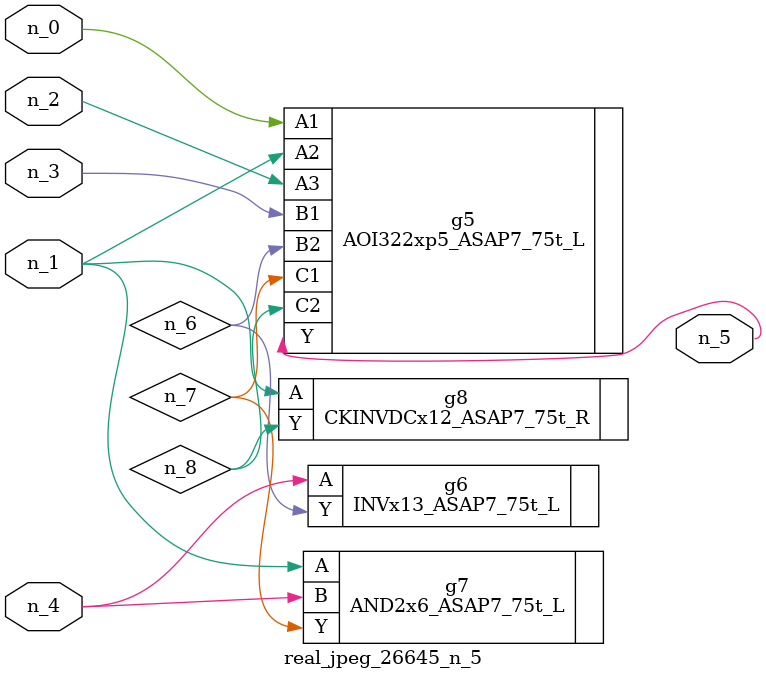
<source format=v>
module real_jpeg_26645_n_5 (n_4, n_0, n_1, n_2, n_3, n_5);

input n_4;
input n_0;
input n_1;
input n_2;
input n_3;

output n_5;

wire n_8;
wire n_6;
wire n_7;

AOI322xp5_ASAP7_75t_L g5 ( 
.A1(n_0),
.A2(n_1),
.A3(n_2),
.B1(n_3),
.B2(n_6),
.C1(n_7),
.C2(n_8),
.Y(n_5)
);

AND2x6_ASAP7_75t_L g7 ( 
.A(n_1),
.B(n_4),
.Y(n_7)
);

CKINVDCx12_ASAP7_75t_R g8 ( 
.A(n_1),
.Y(n_8)
);

INVx13_ASAP7_75t_L g6 ( 
.A(n_4),
.Y(n_6)
);


endmodule
</source>
